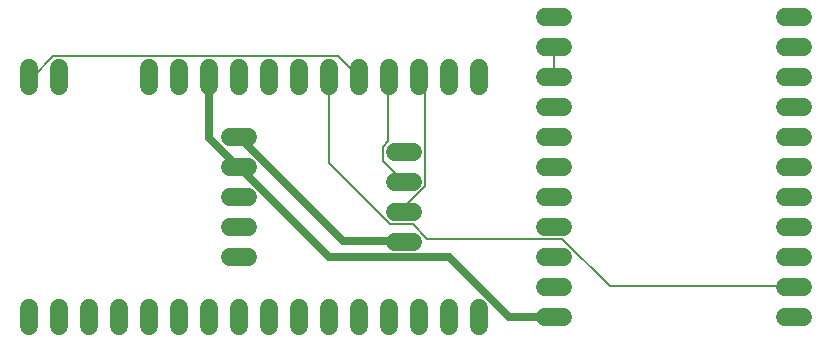
<source format=gbr>
G04 EAGLE Gerber RS-274X export*
G75*
%MOMM*%
%FSLAX34Y34*%
%LPD*%
%INTop Copper*%
%IPPOS*%
%AMOC8*
5,1,8,0,0,1.08239X$1,22.5*%
G01*
%ADD10C,1.524000*%
%ADD11C,0.152400*%
%ADD12C,0.635000*%


D10*
X236220Y88900D02*
X220980Y88900D01*
X220980Y114300D02*
X236220Y114300D01*
X236220Y139700D02*
X220980Y139700D01*
X220980Y165100D02*
X236220Y165100D01*
X236220Y190500D02*
X220980Y190500D01*
X50800Y233680D02*
X50800Y248920D01*
X76200Y248920D02*
X76200Y233680D01*
X152400Y233680D02*
X152400Y248920D01*
X177800Y248920D02*
X177800Y233680D01*
X203200Y233680D02*
X203200Y248920D01*
X228600Y248920D02*
X228600Y233680D01*
X254000Y233680D02*
X254000Y248920D01*
X279400Y248920D02*
X279400Y233680D01*
X304800Y233680D02*
X304800Y248920D01*
X330200Y248920D02*
X330200Y233680D01*
X355600Y233680D02*
X355600Y248920D01*
X381000Y248920D02*
X381000Y233680D01*
X406400Y233680D02*
X406400Y248920D01*
X431800Y248920D02*
X431800Y233680D01*
X50800Y45720D02*
X50800Y30480D01*
X76200Y30480D02*
X76200Y45720D01*
X101600Y45720D02*
X101600Y30480D01*
X127000Y30480D02*
X127000Y45720D01*
X152400Y45720D02*
X152400Y30480D01*
X177800Y30480D02*
X177800Y45720D01*
X203200Y45720D02*
X203200Y30480D01*
X228600Y30480D02*
X228600Y45720D01*
X254000Y45720D02*
X254000Y30480D01*
X279400Y30480D02*
X279400Y45720D01*
X304800Y45720D02*
X304800Y30480D01*
X330200Y30480D02*
X330200Y45720D01*
X355600Y45720D02*
X355600Y30480D01*
X381000Y30480D02*
X381000Y45720D01*
X406400Y45720D02*
X406400Y30480D01*
X431800Y30480D02*
X431800Y45720D01*
X375920Y177800D02*
X360680Y177800D01*
X360680Y152400D02*
X375920Y152400D01*
X375920Y127000D02*
X360680Y127000D01*
X360680Y101600D02*
X375920Y101600D01*
X690880Y38100D02*
X706120Y38100D01*
X706120Y63500D02*
X690880Y63500D01*
X690880Y88900D02*
X706120Y88900D01*
X706120Y114300D02*
X690880Y114300D01*
X690880Y139700D02*
X706120Y139700D01*
X706120Y165100D02*
X690880Y165100D01*
X690880Y190500D02*
X706120Y190500D01*
X706120Y215900D02*
X690880Y215900D01*
X690880Y241300D02*
X706120Y241300D01*
X706120Y266700D02*
X690880Y266700D01*
X690880Y292100D02*
X706120Y292100D01*
X502920Y38100D02*
X487680Y38100D01*
X487680Y63500D02*
X502920Y63500D01*
X502920Y88900D02*
X487680Y88900D01*
X487680Y114300D02*
X502920Y114300D01*
X502920Y139700D02*
X487680Y139700D01*
X487680Y165100D02*
X502920Y165100D01*
X502920Y190500D02*
X487680Y190500D01*
X487680Y215900D02*
X502920Y215900D01*
X502920Y241300D02*
X487680Y241300D01*
X487680Y266700D02*
X502920Y266700D01*
X502920Y292100D02*
X487680Y292100D01*
D11*
X368808Y131064D02*
X368808Y127254D01*
X368808Y131064D02*
X386334Y148590D01*
X386334Y235458D01*
X381000Y240792D01*
X368808Y127254D02*
X368300Y127000D01*
X381000Y240792D02*
X381000Y241300D01*
X355092Y240792D02*
X355092Y186690D01*
X350520Y182118D01*
X350520Y169926D01*
X368046Y152400D01*
X355092Y240792D02*
X355600Y241300D01*
X368046Y152400D02*
X368300Y152400D01*
X54102Y241554D02*
X51054Y241554D01*
X54102Y241554D02*
X71628Y259080D01*
X312420Y259080D01*
X330200Y241300D01*
X51054Y241554D02*
X50800Y241300D01*
X542544Y64008D02*
X697992Y64008D01*
X542544Y64008D02*
X502158Y104394D01*
X387858Y104394D01*
X375666Y116586D01*
X356616Y116586D01*
X304800Y168402D01*
X304800Y241300D01*
X697992Y64008D02*
X698500Y63500D01*
D12*
X495300Y38100D02*
X457200Y38100D01*
X406146Y89154D01*
X304800Y89154D01*
X228600Y165354D01*
X228600Y165100D01*
X203454Y189738D02*
X203454Y240792D01*
X203454Y189738D02*
X226314Y166878D01*
X203454Y240792D02*
X203200Y241300D01*
X226314Y166878D02*
X228600Y165100D01*
X316992Y102108D02*
X368046Y102108D01*
X316992Y102108D02*
X228600Y190500D01*
X368046Y102108D02*
X368300Y101600D01*
D11*
X495300Y241300D02*
X495300Y266700D01*
M02*

</source>
